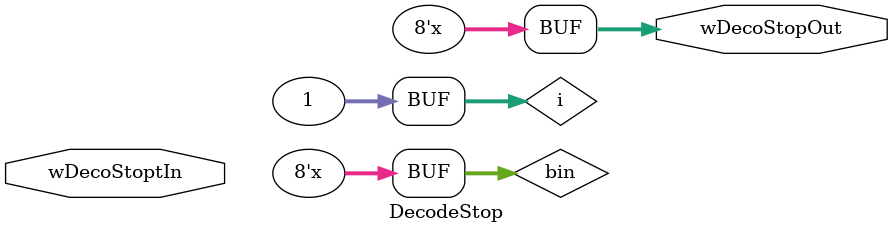
<source format=v>
(* keep_hierarchy = "TRUE" *) 
module DecodeStop #(parameter  NUM_FF= 1, parameter BITS_DECO = 8) (
    input    wire[NUM_FF-1:0]         wDecoStoptIn,
    output   wire[BITS_DECO-1:0]      wDecoStopOut
);

    reg [BITS_DECO-1:0] bin = {BITS_DECO{1'b0}};
    integer i;
    
    
    // always @(*) begin
    //     bin = 0;
    //     for (i = 0; i < NUM_FF-4; i=i+1'b1) begin
    //         if( ~wDecoStoptIn[i] & wDecoStoptIn[i+1] & wDecoStoptIn[i+2] & wDecoStoptIn[i+3] & wDecoStoptIn[i+4] ) begin
    //             bin = i+1;
    //         end
    //     end
    // end

    //Implementing Ones Counter
    always @(*) begin
        for (i = 0; i < NUM_FF; i=i+1) begin
            if(wDecoStoptIn[i] == 1'b1) begin
                bin = bin + 1'b1;
            end
        end
    end

    assign wDecoStopOut = bin;
endmodule //
</source>
